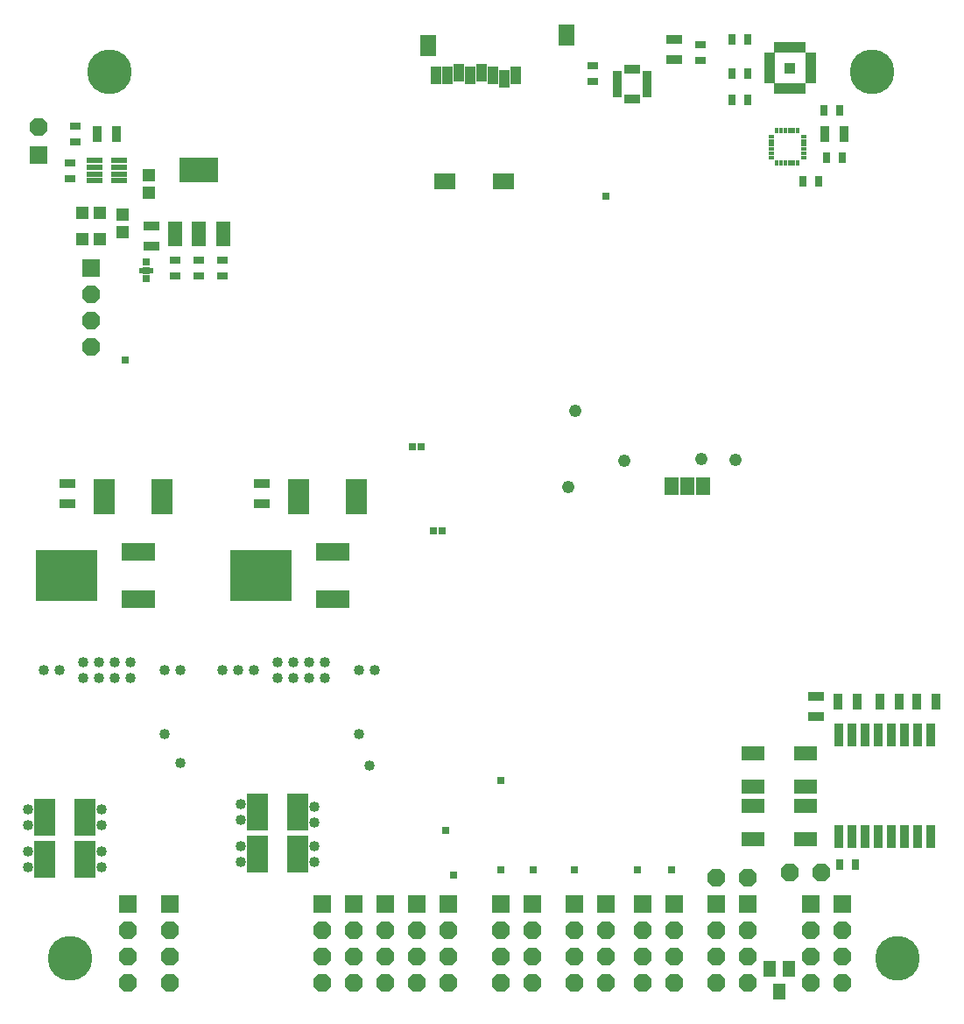
<source format=gbr>
G75*
%MOIN*%
%OFA0B0*%
%FSLAX25Y25*%
%IPPOS*%
%LPD*%
%AMOC8*
5,1,8,0,0,1.08239X$1,22.5*
%
%ADD10R,0.04343X0.03162*%
%ADD11R,0.03556X0.05918*%
%ADD12R,0.05918X0.03556*%
%ADD13R,0.08674X0.05524*%
%ADD14R,0.03162X0.04343*%
%ADD15R,0.08300X0.14300*%
%ADD16R,0.04737X0.06312*%
%ADD17C,0.04800*%
%ADD18R,0.03400X0.08800*%
%ADD19R,0.02965X0.02965*%
%ADD20R,0.04737X0.05131*%
%ADD21R,0.05131X0.04737*%
%ADD22R,0.07887X0.13398*%
%ADD23R,0.05918X0.02454*%
%ADD24R,0.03950X0.06706*%
%ADD25R,0.06312X0.08280*%
%ADD26R,0.07887X0.06312*%
%ADD27R,0.03556X0.01981*%
%ADD28R,0.01981X0.03556*%
%ADD29R,0.02375X0.01627*%
%ADD30R,0.01627X0.02375*%
%ADD31R,0.03950X0.01942*%
%ADD32R,0.01942X0.03950*%
%ADD33R,0.03937X0.03937*%
%ADD34C,0.17005*%
%ADD35R,0.12611X0.07099*%
%ADD36R,0.23300X0.19800*%
%ADD37OC8,0.06800*%
%ADD38OC8,0.06706*%
%ADD39R,0.06706X0.06706*%
%ADD40R,0.05600X0.09600*%
%ADD41R,0.14973X0.09461*%
%ADD42R,0.03162X0.03162*%
%ADD43R,0.02375X0.02375*%
%ADD44R,0.05400X0.07100*%
%ADD45C,0.04000*%
D10*
X0066233Y0281647D03*
X0066233Y0287553D03*
X0075233Y0287553D03*
X0075233Y0281647D03*
X0084233Y0281647D03*
X0084233Y0287553D03*
X0026233Y0318647D03*
X0026233Y0324553D03*
X0028233Y0332647D03*
X0028233Y0338553D03*
X0225233Y0355647D03*
X0225233Y0361553D03*
X0266233Y0363647D03*
X0266233Y0369553D03*
D11*
X0313493Y0335600D03*
X0320973Y0335600D03*
X0318493Y0119600D03*
X0325973Y0119600D03*
X0334493Y0119600D03*
X0341973Y0119600D03*
X0348493Y0119600D03*
X0355973Y0119600D03*
X0043973Y0335600D03*
X0036493Y0335600D03*
D12*
X0057233Y0300340D03*
X0057233Y0292860D03*
X0025233Y0202340D03*
X0025233Y0194860D03*
X0099233Y0194860D03*
X0099233Y0202340D03*
X0256233Y0363860D03*
X0256233Y0371340D03*
X0310233Y0121340D03*
X0310233Y0113860D03*
D13*
X0306233Y0099899D03*
X0306233Y0087301D03*
X0306233Y0079899D03*
X0306233Y0067301D03*
X0286233Y0067301D03*
X0286233Y0079899D03*
X0286233Y0087301D03*
X0286233Y0099899D03*
D14*
X0319280Y0057600D03*
X0325186Y0057600D03*
X0311186Y0317600D03*
X0305280Y0317600D03*
X0314280Y0326600D03*
X0320186Y0326600D03*
X0319186Y0344600D03*
X0313280Y0344600D03*
X0284186Y0348600D03*
X0278280Y0348600D03*
X0278280Y0358600D03*
X0284186Y0358600D03*
X0284186Y0371600D03*
X0278280Y0371600D03*
D15*
X0112983Y0077600D03*
X0097483Y0077600D03*
X0097483Y0061600D03*
X0112983Y0061600D03*
X0031983Y0059600D03*
X0016483Y0059600D03*
X0016483Y0075600D03*
X0031983Y0075600D03*
D16*
X0292493Y0017931D03*
X0299973Y0017931D03*
X0296233Y0009269D03*
D17*
X0215833Y0201200D03*
X0237133Y0211100D03*
X0218533Y0230100D03*
X0266433Y0211900D03*
X0279633Y0211600D03*
D18*
X0318733Y0106900D03*
X0323733Y0106900D03*
X0328733Y0106900D03*
X0333733Y0106900D03*
X0338733Y0106900D03*
X0343733Y0106900D03*
X0348733Y0106900D03*
X0353733Y0106900D03*
X0353733Y0068300D03*
X0348733Y0068300D03*
X0343733Y0068300D03*
X0338733Y0068300D03*
X0333733Y0068300D03*
X0328733Y0068300D03*
X0323733Y0068300D03*
X0318733Y0068300D03*
D19*
X0255233Y0055600D03*
X0242233Y0055600D03*
X0218233Y0055600D03*
X0202433Y0055600D03*
X0190233Y0055600D03*
X0172233Y0053600D03*
X0169233Y0070600D03*
X0190233Y0089600D03*
X0167808Y0184600D03*
X0164658Y0184600D03*
X0159808Y0216600D03*
X0156658Y0216600D03*
X0230033Y0311800D03*
X0055233Y0283600D03*
X0047233Y0249600D03*
D20*
X0046233Y0298254D03*
X0046233Y0304946D03*
X0056233Y0313254D03*
X0056233Y0319946D03*
D21*
X0037580Y0305600D03*
X0030887Y0305600D03*
X0030887Y0295600D03*
X0037580Y0295600D03*
D22*
X0039209Y0197600D03*
X0061257Y0197600D03*
X0113209Y0197600D03*
X0135257Y0197600D03*
D23*
X0044859Y0317761D03*
X0044859Y0320320D03*
X0044859Y0322880D03*
X0044859Y0325439D03*
X0035607Y0325439D03*
X0035607Y0322880D03*
X0035607Y0320320D03*
X0035607Y0317761D03*
D24*
X0165556Y0357930D03*
X0169887Y0357930D03*
X0174217Y0358717D03*
X0178548Y0357930D03*
X0182879Y0358717D03*
X0187209Y0357930D03*
X0191540Y0356355D03*
X0195871Y0357930D03*
D25*
X0215202Y0373087D03*
X0162446Y0369150D03*
D26*
X0168745Y0317379D03*
X0191186Y0317379D03*
D27*
X0234623Y0350663D03*
X0234623Y0352631D03*
X0234623Y0354600D03*
X0234623Y0356569D03*
X0234623Y0358537D03*
X0245843Y0358537D03*
X0245843Y0356569D03*
X0245843Y0354600D03*
X0245843Y0352631D03*
X0245843Y0350663D03*
D28*
X0242202Y0348990D03*
X0240233Y0348990D03*
X0238265Y0348990D03*
X0238265Y0360210D03*
X0240233Y0360210D03*
X0242202Y0360210D03*
D29*
X0293013Y0334537D03*
X0293013Y0332962D03*
X0293013Y0331387D03*
X0293013Y0329813D03*
X0293013Y0328238D03*
X0293013Y0326663D03*
X0305454Y0326663D03*
X0305454Y0328238D03*
X0305454Y0329813D03*
X0305454Y0331387D03*
X0305454Y0332962D03*
X0305454Y0334537D03*
D30*
X0303170Y0336820D03*
X0301595Y0336820D03*
X0300020Y0336820D03*
X0298446Y0336820D03*
X0296871Y0336820D03*
X0295296Y0336820D03*
X0295296Y0324380D03*
X0296871Y0324380D03*
X0298446Y0324380D03*
X0300020Y0324380D03*
X0301595Y0324380D03*
X0303170Y0324380D03*
D31*
X0308107Y0355679D03*
X0308107Y0357647D03*
X0308107Y0359616D03*
X0308107Y0361584D03*
X0308107Y0363553D03*
X0308107Y0365521D03*
X0292359Y0365521D03*
X0292359Y0363553D03*
X0292359Y0361584D03*
X0292359Y0359616D03*
X0292359Y0357647D03*
X0292359Y0355679D03*
D32*
X0295312Y0352726D03*
X0297280Y0352726D03*
X0299249Y0352726D03*
X0301217Y0352726D03*
X0303186Y0352726D03*
X0305154Y0352726D03*
X0305154Y0368474D03*
X0303186Y0368474D03*
X0301217Y0368474D03*
X0299249Y0368474D03*
X0297280Y0368474D03*
X0295312Y0368474D03*
D33*
X0300233Y0360600D03*
D34*
X0026312Y0021679D03*
X0341272Y0021679D03*
X0331430Y0359080D03*
X0041272Y0359080D03*
D35*
X0052139Y0176576D03*
X0052139Y0158624D03*
X0126139Y0158624D03*
X0126139Y0176576D03*
D36*
X0098981Y0167600D03*
X0024981Y0167600D03*
D37*
X0272233Y0052600D03*
X0284233Y0052600D03*
X0300233Y0054600D03*
X0312233Y0054600D03*
D38*
X0308233Y0032600D03*
X0308233Y0022600D03*
X0308233Y0012600D03*
X0320233Y0012600D03*
X0320233Y0022600D03*
X0320233Y0032600D03*
X0284233Y0032600D03*
X0284233Y0022600D03*
X0284233Y0012600D03*
X0272233Y0012600D03*
X0272233Y0022600D03*
X0272233Y0032600D03*
X0256233Y0032600D03*
X0256233Y0022600D03*
X0256233Y0012600D03*
X0244233Y0012600D03*
X0244233Y0022600D03*
X0244233Y0032600D03*
X0230233Y0032600D03*
X0230233Y0022600D03*
X0230233Y0012600D03*
X0218233Y0012600D03*
X0218233Y0022600D03*
X0218233Y0032600D03*
X0202233Y0032600D03*
X0202233Y0022600D03*
X0202233Y0012600D03*
X0190233Y0012600D03*
X0190233Y0022600D03*
X0190233Y0032600D03*
X0170233Y0032600D03*
X0170233Y0022600D03*
X0170233Y0012600D03*
X0158233Y0012600D03*
X0158233Y0022600D03*
X0158233Y0032600D03*
X0146233Y0032600D03*
X0146233Y0022600D03*
X0146233Y0012600D03*
X0134233Y0012600D03*
X0134233Y0022600D03*
X0134233Y0032600D03*
X0122233Y0032600D03*
X0122233Y0022600D03*
X0122233Y0012600D03*
X0064233Y0012600D03*
X0064233Y0022600D03*
X0064233Y0032600D03*
X0048233Y0032600D03*
X0048233Y0022600D03*
X0048233Y0012600D03*
X0034233Y0254600D03*
X0034233Y0264600D03*
X0034233Y0274600D03*
X0014233Y0338100D03*
D39*
X0014233Y0327600D03*
X0034233Y0284600D03*
X0048233Y0042600D03*
X0064233Y0042600D03*
X0122233Y0042600D03*
X0134233Y0042600D03*
X0146233Y0042600D03*
X0158233Y0042600D03*
X0170233Y0042600D03*
X0190233Y0042600D03*
X0202233Y0042600D03*
X0218233Y0042600D03*
X0230233Y0042600D03*
X0244233Y0042600D03*
X0256233Y0042600D03*
X0272233Y0042600D03*
X0284233Y0042600D03*
X0308233Y0042600D03*
X0320233Y0042600D03*
D40*
X0084333Y0297400D03*
X0075233Y0297400D03*
X0066133Y0297400D03*
D41*
X0075233Y0321801D03*
D42*
X0055233Y0286750D03*
X0055233Y0280450D03*
D43*
X0053658Y0283600D03*
X0056808Y0283600D03*
D44*
X0255233Y0201600D03*
X0261233Y0201600D03*
X0267233Y0201600D03*
D45*
X0142233Y0131600D03*
X0136233Y0131600D03*
X0123233Y0128600D03*
X0123233Y0134600D03*
X0117233Y0134600D03*
X0117233Y0128600D03*
X0111233Y0128600D03*
X0105233Y0128600D03*
X0105233Y0134600D03*
X0111233Y0134600D03*
X0096233Y0131600D03*
X0090233Y0131600D03*
X0084233Y0131600D03*
X0068233Y0131600D03*
X0062233Y0131600D03*
X0049233Y0128600D03*
X0049233Y0134600D03*
X0043233Y0134600D03*
X0037233Y0134600D03*
X0037233Y0128600D03*
X0043233Y0128600D03*
X0031233Y0128600D03*
X0031233Y0134600D03*
X0022233Y0131600D03*
X0016233Y0131600D03*
X0019233Y0161600D03*
X0025233Y0161600D03*
X0025233Y0167600D03*
X0019233Y0167600D03*
X0019233Y0173600D03*
X0025233Y0173600D03*
X0031233Y0173600D03*
X0031233Y0167600D03*
X0031233Y0161600D03*
X0062233Y0107100D03*
X0068233Y0096100D03*
X0091233Y0080600D03*
X0091233Y0074600D03*
X0091233Y0064600D03*
X0091233Y0058600D03*
X0119233Y0058600D03*
X0119233Y0064600D03*
X0119233Y0073600D03*
X0119233Y0079600D03*
X0140233Y0095100D03*
X0136233Y0107100D03*
X0105233Y0161600D03*
X0099233Y0161600D03*
X0093233Y0161600D03*
X0093233Y0167600D03*
X0093233Y0173600D03*
X0099233Y0173600D03*
X0099233Y0167600D03*
X0105233Y0167600D03*
X0105233Y0173600D03*
X0038233Y0078600D03*
X0038233Y0072600D03*
X0038233Y0062600D03*
X0038233Y0056600D03*
X0010233Y0056600D03*
X0010233Y0062600D03*
X0010233Y0072600D03*
X0010233Y0078600D03*
M02*

</source>
